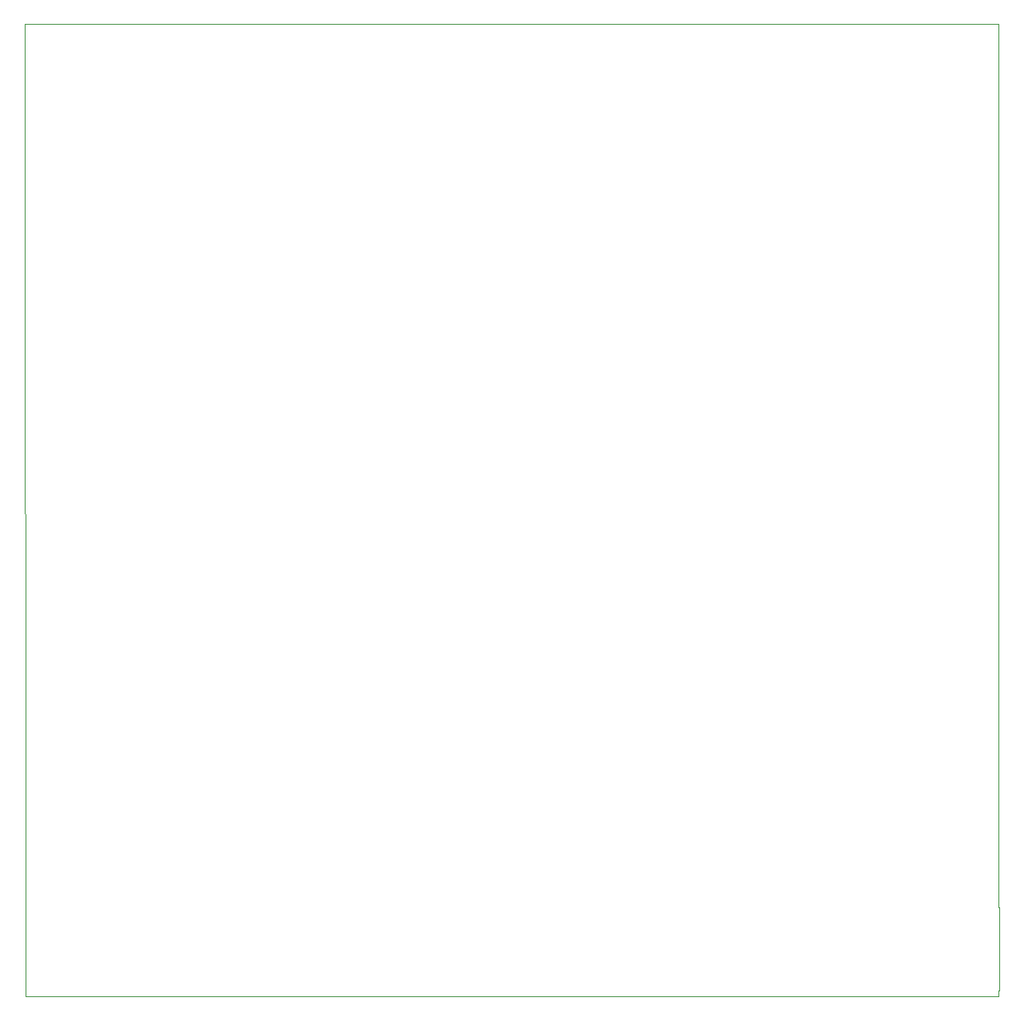
<source format=gbr>
%TF.GenerationSoftware,KiCad,Pcbnew,(6.0.9)*%
%TF.CreationDate,2022-12-04T18:18:59+03:00*%
%TF.ProjectId,communicator_27mhz,636f6d6d-756e-4696-9361-746f725f3237,beta 2.3*%
%TF.SameCoordinates,Original*%
%TF.FileFunction,Profile,NP*%
%FSLAX46Y46*%
G04 Gerber Fmt 4.6, Leading zero omitted, Abs format (unit mm)*
G04 Created by KiCad (PCBNEW (6.0.9)) date 2022-12-04 18:18:59*
%MOMM*%
%LPD*%
G01*
G04 APERTURE LIST*
%TA.AperFunction,Profile*%
%ADD10C,0.050000*%
%TD*%
%TA.AperFunction,Profile*%
%ADD11C,0.100000*%
%TD*%
G04 APERTURE END LIST*
D10*
X129800000Y-185400000D02*
X129800000Y-186000000D01*
X29800000Y-86100000D02*
X129800000Y-86100000D01*
X129800000Y-86100000D02*
X129800000Y-176800000D01*
X129850000Y-185400000D02*
X129800000Y-185400000D01*
X129800000Y-176800000D02*
X129850000Y-176800000D01*
X29900000Y-186000000D02*
X29800000Y-86100000D01*
X129800000Y-186000000D02*
X29900000Y-186000000D01*
D11*
%TO.C,J4*%
X129850000Y-185400000D02*
X129850000Y-176800000D01*
%TD*%
M02*

</source>
